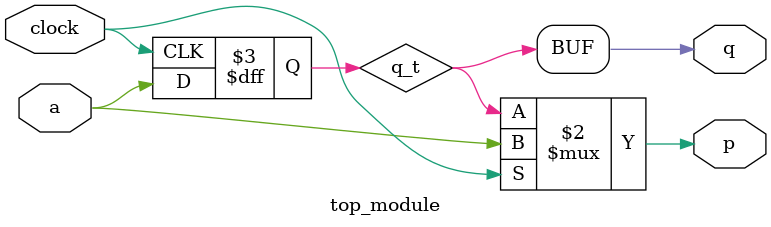
<source format=v>
module top_module (
    input clock,
    input a,
    output p,
    output q );
    
    reg q_t;
  
    always @(negedge clock) begin
        q_t <= a;
    end
    
    assign q = q_t;
    assign p = clock ? a : q_t;
        

endmodule

</source>
